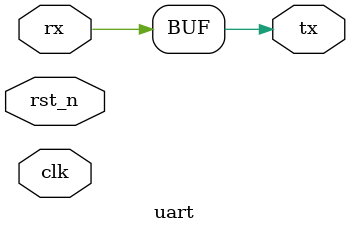
<source format=sv>
module uart (
    input logic clk,
    input logic rst_n,
    input logic rx,
    output logic tx
);
assign tx = rx; // Loopback for simulation
    // UART implementation here
endmodule

</source>
